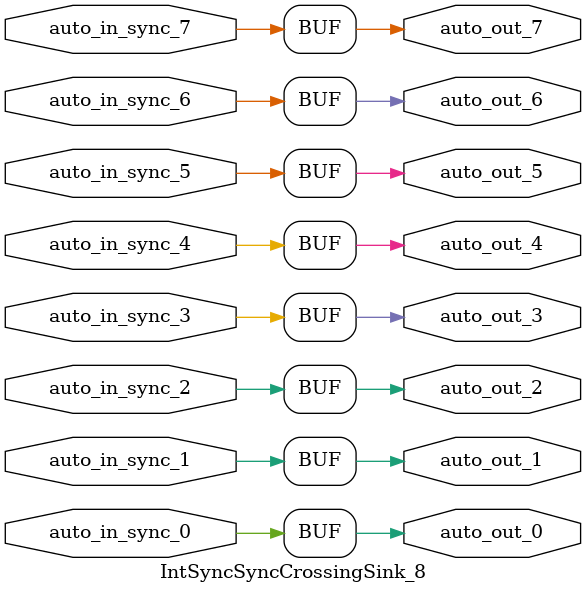
<source format=sv>
`ifndef RANDOMIZE
  `ifdef RANDOMIZE_REG_INIT
    `define RANDOMIZE
  `endif // RANDOMIZE_REG_INIT
`endif // not def RANDOMIZE
`ifndef RANDOMIZE
  `ifdef RANDOMIZE_MEM_INIT
    `define RANDOMIZE
  `endif // RANDOMIZE_MEM_INIT
`endif // not def RANDOMIZE

`ifndef RANDOM
  `define RANDOM $random
`endif // not def RANDOM

// Users can define 'PRINTF_COND' to add an extra gate to prints.
`ifndef PRINTF_COND_
  `ifdef PRINTF_COND
    `define PRINTF_COND_ (`PRINTF_COND)
  `else  // PRINTF_COND
    `define PRINTF_COND_ 1
  `endif // PRINTF_COND
`endif // not def PRINTF_COND_

// Users can define 'ASSERT_VERBOSE_COND' to add an extra gate to assert error printing.
`ifndef ASSERT_VERBOSE_COND_
  `ifdef ASSERT_VERBOSE_COND
    `define ASSERT_VERBOSE_COND_ (`ASSERT_VERBOSE_COND)
  `else  // ASSERT_VERBOSE_COND
    `define ASSERT_VERBOSE_COND_ 1
  `endif // ASSERT_VERBOSE_COND
`endif // not def ASSERT_VERBOSE_COND_

// Users can define 'STOP_COND' to add an extra gate to stop conditions.
`ifndef STOP_COND_
  `ifdef STOP_COND
    `define STOP_COND_ (`STOP_COND)
  `else  // STOP_COND
    `define STOP_COND_ 1
  `endif // STOP_COND
`endif // not def STOP_COND_

// Users can define INIT_RANDOM as general code that gets injected into the
// initializer block for modules with registers.
`ifndef INIT_RANDOM
  `define INIT_RANDOM
`endif // not def INIT_RANDOM

// If using random initialization, you can also define RANDOMIZE_DELAY to
// customize the delay used, otherwise 0.002 is used.
`ifndef RANDOMIZE_DELAY
  `define RANDOMIZE_DELAY 0.002
`endif // not def RANDOMIZE_DELAY

// Define INIT_RANDOM_PROLOG_ for use in our modules below.
`ifndef INIT_RANDOM_PROLOG_
  `ifdef RANDOMIZE
    `ifdef VERILATOR
      `define INIT_RANDOM_PROLOG_ `INIT_RANDOM
    `else  // VERILATOR
      `define INIT_RANDOM_PROLOG_ `INIT_RANDOM #`RANDOMIZE_DELAY begin end
    `endif // VERILATOR
  `else  // RANDOMIZE
    `define INIT_RANDOM_PROLOG_
  `endif // RANDOMIZE
`endif // not def INIT_RANDOM_PROLOG_

module IntSyncSyncCrossingSink_8(
  input  auto_in_sync_0,
         auto_in_sync_1,
         auto_in_sync_2,
         auto_in_sync_3,
         auto_in_sync_4,
         auto_in_sync_5,
         auto_in_sync_6,
         auto_in_sync_7,
  output auto_out_0,
         auto_out_1,
         auto_out_2,
         auto_out_3,
         auto_out_4,
         auto_out_5,
         auto_out_6,
         auto_out_7
);

  assign auto_out_0 = auto_in_sync_0;
  assign auto_out_1 = auto_in_sync_1;
  assign auto_out_2 = auto_in_sync_2;
  assign auto_out_3 = auto_in_sync_3;
  assign auto_out_4 = auto_in_sync_4;
  assign auto_out_5 = auto_in_sync_5;
  assign auto_out_6 = auto_in_sync_6;
  assign auto_out_7 = auto_in_sync_7;
endmodule


</source>
